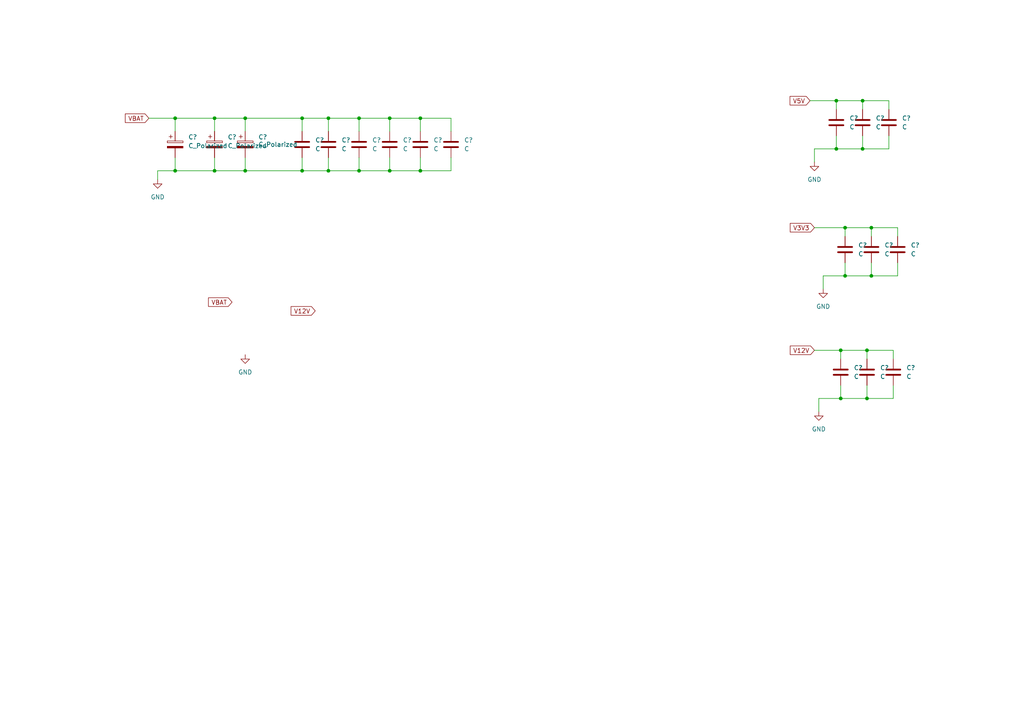
<source format=kicad_sch>
(kicad_sch (version 20211123) (generator eeschema)
  (paper "A4")
  (lib_symbols
    (symbol "Device:C" (pin_numbers hide) (pin_names (offset 0.254))
      (property "Reference" "C" (at 0.635 2.54 0))
      (property "Value" "C" (at 0.635 -2.54 0))
      (symbol "C_0_1"
        (polyline (pts (xy -2.032 -0.762) (xy 2.032 -0.762)) (stroke (width 0.508)))
        (polyline (pts (xy -2.032 0.762) (xy 2.032 0.762)) (stroke (width 0.508)))
      )
      (symbol "C_1_1"
        (pin passive line (at 0 3.81 270) (length 2.794) (name "~") (number "1"))
        (pin passive line (at 0 -3.81 90) (length 2.794) (name "~") (number "2"))
      )
    )
    (symbol "Device:C_Polarized" (pin_numbers hide) (pin_names (offset 0.254))
      (property "Reference" "C" (at 0.635 2.54 0))
      (property "Value" "C_Polarized" (at 0.635 -2.54 0))
      (symbol "C_Polarized_0_1"
        (rectangle (start -2.286 0.508) (end 2.286 1.016))
        (polyline (pts (xy -1.778 2.286) (xy -0.762 2.286)))
        (polyline (pts (xy -1.27 2.794) (xy -1.27 1.778)))
        (rectangle (start 2.286 -0.508) (end -2.286 -1.016) (fill (type outline)))
      )
      (symbol "C_Polarized_1_1"
        (pin passive line (at 0 3.81 270) (length 2.794) (name "~") (number "1"))
        (pin passive line (at 0 -3.81 90) (length 2.794) (name "~") (number "2"))
      )
    )
    (symbol "power:GND" (power) (pin_names (offset 0))
      (property "Value" "GND" (at 0 -3.81 0))
      (symbol "GND_0_1"
        (polyline (pts (xy 0 0) (xy 0 -1.27) (xy 1.27 -1.27) (xy 0 -2.54) (xy -1.27 -1.27) (xy 0 -1.27)))
      )
      (symbol "GND_1_1"
        (pin power_in line (at 0 0 270) (length 0) hide (name "GND") (number "1"))
      )
    )
  )
  (junction (at 121.92 49.53))
  (junction (at 62.23 34.29))
  (junction (at 121.92 34.29))
  (junction (at 113.03 49.53))
  (junction (at 71.12 49.53))
  (junction (at 245.11 80.01))
  (junction (at 50.8 49.53))
  (junction (at 113.03 34.29))
  (junction (at 87.63 34.29))
  (junction (at 250.19 43.18))
  (junction (at 104.14 49.53))
  (junction (at 50.8 34.29))
  (junction (at 243.84 101.6))
  (junction (at 252.73 66.04))
  (junction (at 71.12 34.29))
  (junction (at 62.23 49.53))
  (junction (at 251.46 115.57))
  (junction (at 243.84 115.57))
  (junction (at 95.25 49.53))
  (junction (at 251.46 101.6))
  (junction (at 95.25 34.29))
  (junction (at 104.14 34.29))
  (junction (at 245.11 66.04))
  (junction (at 250.19 29.21))
  (junction (at 242.57 43.18))
  (junction (at 252.73 80.01))
  (junction (at 87.63 49.53))
  (junction (at 242.57 29.21))
  (wire (pts (xy 130.81 34.29) (xy 130.81 38.1)))
  (wire (pts (xy 243.84 101.6) (xy 243.84 104.14)))
  (wire (pts (xy 260.35 80.01) (xy 252.73 80.01)))
  (wire (pts (xy 236.22 101.6) (xy 243.84 101.6)))
  (wire (pts (xy 260.35 66.04) (xy 260.35 68.58)))
  (wire (pts (xy 62.23 45.72) (xy 62.23 49.53)))
  (wire (pts (xy 251.46 111.76) (xy 251.46 115.57)))
  (wire (pts (xy 71.12 45.72) (xy 71.12 49.53)))
  (wire (pts (xy 121.92 49.53) (xy 130.81 49.53)))
  (wire (pts (xy 121.92 45.72) (xy 121.92 49.53)))
  (wire (pts (xy 251.46 115.57) (xy 243.84 115.57)))
  (wire (pts (xy 250.19 39.37) (xy 250.19 43.18)))
  (wire (pts (xy 245.11 80.01) (xy 238.76 80.01)))
  (wire (pts (xy 50.8 34.29) (xy 62.23 34.29)))
  (wire (pts (xy 113.03 34.29) (xy 121.92 34.29)))
  (wire (pts (xy 257.81 29.21) (xy 257.81 31.75)))
  (wire (pts (xy 252.73 80.01) (xy 245.11 80.01)))
  (wire (pts (xy 45.72 49.53) (xy 45.72 52.07)))
  (wire (pts (xy 121.92 49.53) (xy 113.03 49.53)))
  (wire (pts (xy 121.92 34.29) (xy 130.81 34.29)))
  (wire (pts (xy 252.73 66.04) (xy 252.73 68.58)))
  (wire (pts (xy 260.35 76.2) (xy 260.35 80.01)))
  (wire (pts (xy 259.08 115.57) (xy 251.46 115.57)))
  (wire (pts (xy 121.92 34.29) (xy 121.92 38.1)))
  (wire (pts (xy 87.63 34.29) (xy 87.63 38.1)))
  (wire (pts (xy 43.18 34.29) (xy 50.8 34.29)))
  (wire (pts (xy 87.63 45.72) (xy 87.63 49.53)))
  (wire (pts (xy 104.14 34.29) (xy 113.03 34.29)))
  (wire (pts (xy 236.22 66.04) (xy 245.11 66.04)))
  (wire (pts (xy 113.03 49.53) (xy 104.14 49.53)))
  (wire (pts (xy 250.19 43.18) (xy 242.57 43.18)))
  (wire (pts (xy 95.25 45.72) (xy 95.25 49.53)))
  (wire (pts (xy 250.19 29.21) (xy 257.81 29.21)))
  (wire (pts (xy 252.73 76.2) (xy 252.73 80.01)))
  (wire (pts (xy 242.57 29.21) (xy 242.57 31.75)))
  (wire (pts (xy 62.23 49.53) (xy 71.12 49.53)))
  (wire (pts (xy 257.81 39.37) (xy 257.81 43.18)))
  (wire (pts (xy 50.8 49.53) (xy 62.23 49.53)))
  (wire (pts (xy 50.8 45.72) (xy 50.8 49.53)))
  (wire (pts (xy 87.63 34.29) (xy 95.25 34.29)))
  (wire (pts (xy 243.84 111.76) (xy 243.84 115.57)))
  (wire (pts (xy 95.25 34.29) (xy 104.14 34.29)))
  (wire (pts (xy 243.84 101.6) (xy 251.46 101.6)))
  (wire (pts (xy 242.57 43.18) (xy 236.22 43.18)))
  (wire (pts (xy 251.46 101.6) (xy 251.46 104.14)))
  (wire (pts (xy 243.84 115.57) (xy 237.49 115.57)))
  (wire (pts (xy 95.25 34.29) (xy 95.25 38.1)))
  (wire (pts (xy 251.46 101.6) (xy 259.08 101.6)))
  (wire (pts (xy 50.8 34.29) (xy 50.8 38.1)))
  (wire (pts (xy 104.14 34.29) (xy 104.14 38.1)))
  (wire (pts (xy 237.49 115.57) (xy 237.49 119.38)))
  (wire (pts (xy 113.03 45.72) (xy 113.03 49.53)))
  (wire (pts (xy 242.57 39.37) (xy 242.57 43.18)))
  (wire (pts (xy 62.23 34.29) (xy 71.12 34.29)))
  (wire (pts (xy 71.12 49.53) (xy 87.63 49.53)))
  (wire (pts (xy 245.11 66.04) (xy 245.11 68.58)))
  (wire (pts (xy 238.76 80.01) (xy 238.76 83.82)))
  (wire (pts (xy 234.95 29.21) (xy 242.57 29.21)))
  (wire (pts (xy 250.19 29.21) (xy 250.19 31.75)))
  (wire (pts (xy 50.8 49.53) (xy 45.72 49.53)))
  (wire (pts (xy 62.23 34.29) (xy 62.23 38.1)))
  (wire (pts (xy 252.73 66.04) (xy 260.35 66.04)))
  (wire (pts (xy 257.81 43.18) (xy 250.19 43.18)))
  (wire (pts (xy 113.03 34.29) (xy 113.03 38.1)))
  (wire (pts (xy 130.81 45.72) (xy 130.81 49.53)))
  (wire (pts (xy 71.12 34.29) (xy 71.12 38.1)))
  (wire (pts (xy 71.12 34.29) (xy 87.63 34.29)))
  (wire (pts (xy 259.08 111.76) (xy 259.08 115.57)))
  (wire (pts (xy 245.11 66.04) (xy 252.73 66.04)))
  (wire (pts (xy 104.14 45.72) (xy 104.14 49.53)))
  (wire (pts (xy 95.25 49.53) (xy 104.14 49.53)))
  (wire (pts (xy 236.22 43.18) (xy 236.22 46.99)))
  (wire (pts (xy 245.11 76.2) (xy 245.11 80.01)))
  (wire (pts (xy 259.08 101.6) (xy 259.08 104.14)))
  (wire (pts (xy 87.63 49.53) (xy 95.25 49.53)))
  (wire (pts (xy 242.57 29.21) (xy 250.19 29.21)))
  (global_label "V5V" (shape input) (at 234.95 29.21 180) (property "Intersheet References" "${INTERSHEET_REFS}" (effects hide)))
  (global_label "VBAT" (shape input) (at 43.18 34.29 180) (property "Intersheet References" "${INTERSHEET_REFS}" (effects hide)))
  (global_label "V3V3" (shape input) (at 236.22 66.04 180) (property "Intersheet References" "${INTERSHEET_REFS}" (effects hide)))
  (global_label "V12V" (shape input) (at 91.44 90.17 180) (property "Intersheet References" "${INTERSHEET_REFS}" (effects hide)))
  (global_label "VBAT" (shape input) (at 67.31 87.63 180) (property "Intersheet References" "${INTERSHEET_REFS}" (effects hide)))
  (global_label "V12V" (shape input) (at 236.22 101.6 180) (property "Intersheet References" "${INTERSHEET_REFS}" (effects hide)))
  (symbol (lib_id "Device:C") (at 259.08 107.95 0) (unit 1)
    (property "Reference" "C?" (at 262.89 106.6799 0) (effects (justify left)))
    (property "Value" "C" (at 262.89 109.2199 0) (effects (justify left)))
  )
  (symbol (lib_id "Device:C_Polarized") (at 71.12 41.91 0) (unit 1)
    (property "Reference" "C?" (at 74.93 39.7509 0) (effects (justify left)))
    (property "Value" "C_Polarized" (at 74.93 41.91 0) (effects (justify left)))
  )
  (symbol (lib_id "Device:C") (at 245.11 72.39 0) (unit 1)
    (property "Reference" "C?" (at 248.92 71.1199 0) (effects (justify left)))
    (property "Value" "C" (at 248.92 73.6599 0) (effects (justify left)))
  )
  (symbol (lib_id "Device:C") (at 257.81 35.56 0) (unit 1)
    (property "Reference" "C?" (at 261.62 34.2899 0) (effects (justify left)))
    (property "Value" "C" (at 261.62 36.8299 0) (effects (justify left)))
  )
  (symbol (lib_id "Device:C_Polarized") (at 50.8 41.91 0) (unit 1)
    (property "Reference" "C?" (at 54.61 39.7509 0) (effects (justify left)))
    (property "Value" "C_Polarized" (at 54.61 42.2909 0) (effects (justify left)))
  )
  (symbol (lib_id "Device:C") (at 242.57 35.56 0) (unit 1)
    (property "Reference" "C?" (at 246.38 34.2899 0) (effects (justify left)))
    (property "Value" "C" (at 246.38 36.8299 0) (effects (justify left)))
  )
  (symbol (lib_id "Device:C") (at 104.14 41.91 0) (unit 1)
    (property "Reference" "C?" (at 107.95 40.6399 0) (effects (justify left)))
    (property "Value" "C" (at 107.95 43.1799 0) (effects (justify left)))
  )
  (symbol (lib_id "power:GND") (at 236.22 46.99 0) (unit 1)
    (property "Reference" "#PWR?" (effects hide))
    (property "Value" "GND" (at 236.22 52.07 0))
  )
  (symbol (lib_id "Device:C") (at 113.03 41.91 0) (unit 1)
    (property "Reference" "C?" (at 116.84 40.6399 0) (effects (justify left)))
    (property "Value" "C" (at 116.84 43.1799 0) (effects (justify left)))
  )
  (symbol (lib_id "power:GND") (at 71.12 102.87 0) (unit 1)
    (property "Reference" "#PWR?" (effects hide))
    (property "Value" "GND" (at 71.12 107.95 0))
  )
  (symbol (lib_id "Device:C") (at 251.46 107.95 0) (unit 1)
    (property "Reference" "C?" (at 255.27 106.6799 0) (effects (justify left)))
    (property "Value" "C" (at 255.27 109.2199 0) (effects (justify left)))
  )
  (symbol (lib_id "Device:C") (at 87.63 41.91 0) (unit 1)
    (property "Reference" "C?" (at 91.44 40.6399 0) (effects (justify left)))
    (property "Value" "C" (at 91.44 43.1799 0) (effects (justify left)))
  )
  (symbol (lib_id "Device:C") (at 243.84 107.95 0) (unit 1)
    (property "Reference" "C?" (at 247.65 106.6799 0) (effects (justify left)))
    (property "Value" "C" (at 247.65 109.2199 0) (effects (justify left)))
  )
  (symbol (lib_id "power:GND") (at 237.49 119.38 0) (unit 1)
    (property "Reference" "#PWR?" (effects hide))
    (property "Value" "GND" (at 237.49 124.46 0))
  )
  (symbol (lib_id "power:GND") (at 45.72 52.07 0) (unit 1)
    (property "Reference" "#PWR?" (effects hide))
    (property "Value" "GND" (at 45.72 57.15 0))
  )
  (symbol (lib_id "Device:C") (at 260.35 72.39 0) (unit 1)
    (property "Reference" "C?" (at 264.16 71.1199 0) (effects (justify left)))
    (property "Value" "C" (at 264.16 73.6599 0) (effects (justify left)))
  )
  (symbol (lib_id "Device:C") (at 252.73 72.39 0) (unit 1)
    (property "Reference" "C?" (at 256.54 71.1199 0) (effects (justify left)))
    (property "Value" "C" (at 256.54 73.6599 0) (effects (justify left)))
  )
  (symbol (lib_id "Device:C") (at 121.92 41.91 0) (unit 1)
    (property "Reference" "C?" (at 125.73 40.64 0) (effects (justify left)))
    (property "Value" "C" (at 125.73 43.1799 0) (effects (justify left)))
  )
  (symbol (lib_id "Device:C") (at 95.25 41.91 0) (unit 1)
    (property "Reference" "C?" (at 99.06 40.6399 0) (effects (justify left)))
    (property "Value" "C" (at 99.06 43.1799 0) (effects (justify left)))
  )
  (symbol (lib_id "power:GND") (at 238.76 83.82 0) (unit 1)
    (property "Reference" "#PWR?" (effects hide))
    (property "Value" "GND" (at 238.76 88.9 0))
  )
  (symbol (lib_id "Device:C") (at 130.81 41.91 0) (unit 1)
    (property "Reference" "C?" (at 134.62 40.6399 0) (effects (justify left)))
    (property "Value" "C" (at 134.62 43.1799 0) (effects (justify left)))
  )
  (symbol (lib_id "Device:C") (at 250.19 35.56 0) (unit 1)
    (property "Reference" "C?" (at 254 34.2899 0) (effects (justify left)))
    (property "Value" "C" (at 254 36.8299 0) (effects (justify left)))
  )
  (symbol (lib_id "Device:C_Polarized") (at 62.23 41.91 0) (unit 1)
    (property "Reference" "C?" (at 66.04 39.7509 0) (effects (justify left)))
    (property "Value" "C_Polarized" (at 66.04 42.2909 0) (effects (justify left)))
  )
)
</source>
